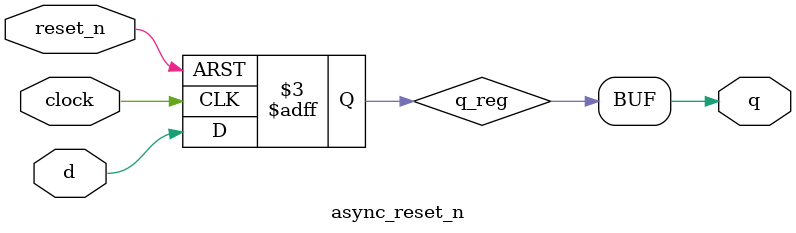
<source format=v>
module async_reset_n (
  input clock,
  input reset_n,
  input d,
  output q
);
  reg q_reg;

  always @ (posedge clock, negedge reset_n) begin
    if (~reset_n) begin
      q_reg <= 1'b0;
    end else begin
      q_reg <= d;
    end
  end

  assign q = q_reg;

endmodule
</source>
